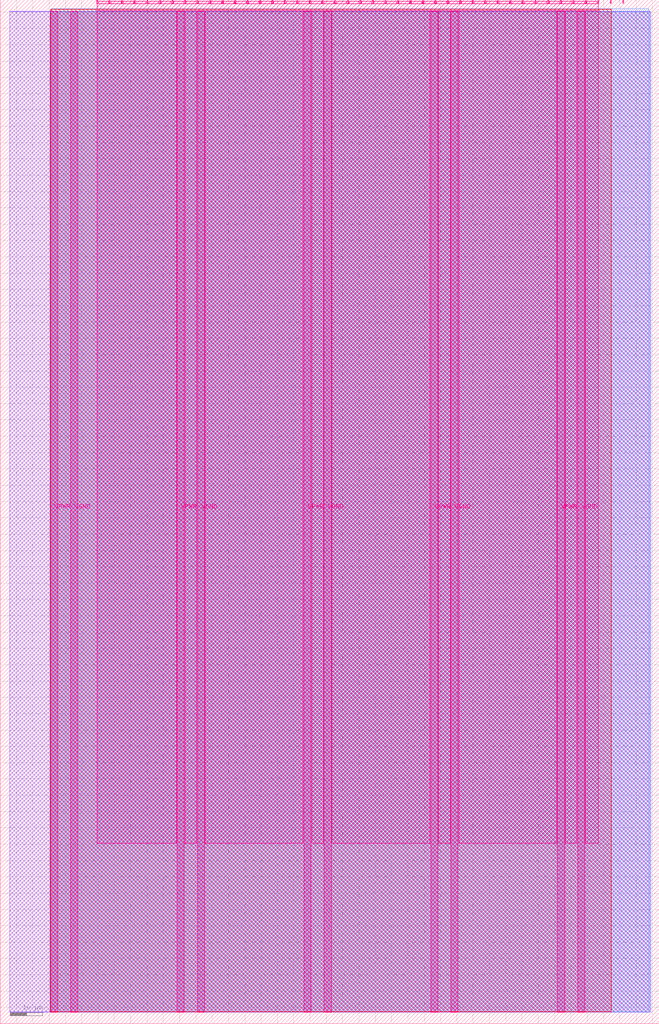
<source format=lef>
VERSION 5.7 ;
  NOWIREEXTENSIONATPIN ON ;
  DIVIDERCHAR "/" ;
  BUSBITCHARS "[]" ;
MACRO tt_um_pdm_pitch_filter_arghunter
  CLASS BLOCK ;
  FOREIGN tt_um_pdm_pitch_filter_arghunter ;
  ORIGIN 0.000 0.000 ;
  SIZE 202.080 BY 313.740 ;
  PIN VGND
    DIRECTION INOUT ;
    USE GROUND ;
    PORT
      LAYER Metal5 ;
        RECT 21.580 3.560 23.780 310.180 ;
    END
    PORT
      LAYER Metal5 ;
        RECT 60.450 3.560 62.650 310.180 ;
    END
    PORT
      LAYER Metal5 ;
        RECT 99.320 3.560 101.520 310.180 ;
    END
    PORT
      LAYER Metal5 ;
        RECT 138.190 3.560 140.390 310.180 ;
    END
    PORT
      LAYER Metal5 ;
        RECT 177.060 3.560 179.260 310.180 ;
    END
  END VGND
  PIN VPWR
    DIRECTION INOUT ;
    USE POWER ;
    PORT
      LAYER Metal5 ;
        RECT 15.380 3.560 17.580 310.180 ;
    END
    PORT
      LAYER Metal5 ;
        RECT 54.250 3.560 56.450 310.180 ;
    END
    PORT
      LAYER Metal5 ;
        RECT 93.120 3.560 95.320 310.180 ;
    END
    PORT
      LAYER Metal5 ;
        RECT 131.990 3.560 134.190 310.180 ;
    END
    PORT
      LAYER Metal5 ;
        RECT 170.860 3.560 173.060 310.180 ;
    END
  END VPWR
  PIN clk
    DIRECTION INPUT ;
    USE SIGNAL ;
    PORT
      LAYER Metal5 ;
        RECT 187.050 312.740 187.350 313.740 ;
    END
  END clk
  PIN ena
    DIRECTION INPUT ;
    USE SIGNAL ;
    PORT
      LAYER Metal5 ;
        RECT 190.890 312.740 191.190 313.740 ;
    END
  END ena
  PIN rst_n
    DIRECTION INPUT ;
    USE SIGNAL ;
    ANTENNAGATEAREA 1.430000 ;
    ANTENNADIFFAREA 4.030800 ;
    PORT
      LAYER Metal5 ;
        RECT 183.210 312.740 183.510 313.740 ;
    END
  END rst_n
  PIN ui_in[0]
    DIRECTION INPUT ;
    USE SIGNAL ;
    ANTENNAGATEAREA 2.646800 ;
    ANTENNADIFFAREA 8.061600 ;
    PORT
      LAYER Metal5 ;
        RECT 179.370 312.740 179.670 313.740 ;
    END
  END ui_in[0]
  PIN ui_in[1]
    DIRECTION INPUT ;
    USE SIGNAL ;
    ANTENNAGATEAREA 0.180700 ;
    PORT
      LAYER Metal5 ;
        RECT 175.530 312.740 175.830 313.740 ;
    END
  END ui_in[1]
  PIN ui_in[2]
    DIRECTION INPUT ;
    USE SIGNAL ;
    ANTENNAGATEAREA 0.180700 ;
    PORT
      LAYER Metal5 ;
        RECT 171.690 312.740 171.990 313.740 ;
    END
  END ui_in[2]
  PIN ui_in[3]
    DIRECTION INPUT ;
    USE SIGNAL ;
    ANTENNAGATEAREA 0.180700 ;
    PORT
      LAYER Metal5 ;
        RECT 167.850 312.740 168.150 313.740 ;
    END
  END ui_in[3]
  PIN ui_in[4]
    DIRECTION INPUT ;
    USE SIGNAL ;
    PORT
      LAYER Metal5 ;
        RECT 164.010 312.740 164.310 313.740 ;
    END
  END ui_in[4]
  PIN ui_in[5]
    DIRECTION INPUT ;
    USE SIGNAL ;
    PORT
      LAYER Metal5 ;
        RECT 160.170 312.740 160.470 313.740 ;
    END
  END ui_in[5]
  PIN ui_in[6]
    DIRECTION INPUT ;
    USE SIGNAL ;
    PORT
      LAYER Metal5 ;
        RECT 156.330 312.740 156.630 313.740 ;
    END
  END ui_in[6]
  PIN ui_in[7]
    DIRECTION INPUT ;
    USE SIGNAL ;
    PORT
      LAYER Metal5 ;
        RECT 152.490 312.740 152.790 313.740 ;
    END
  END ui_in[7]
  PIN uio_in[0]
    DIRECTION INPUT ;
    USE SIGNAL ;
    PORT
      LAYER Metal5 ;
        RECT 148.650 312.740 148.950 313.740 ;
    END
  END uio_in[0]
  PIN uio_in[1]
    DIRECTION INPUT ;
    USE SIGNAL ;
    PORT
      LAYER Metal5 ;
        RECT 144.810 312.740 145.110 313.740 ;
    END
  END uio_in[1]
  PIN uio_in[2]
    DIRECTION INPUT ;
    USE SIGNAL ;
    PORT
      LAYER Metal5 ;
        RECT 140.970 312.740 141.270 313.740 ;
    END
  END uio_in[2]
  PIN uio_in[3]
    DIRECTION INPUT ;
    USE SIGNAL ;
    PORT
      LAYER Metal5 ;
        RECT 137.130 312.740 137.430 313.740 ;
    END
  END uio_in[3]
  PIN uio_in[4]
    DIRECTION INPUT ;
    USE SIGNAL ;
    PORT
      LAYER Metal5 ;
        RECT 133.290 312.740 133.590 313.740 ;
    END
  END uio_in[4]
  PIN uio_in[5]
    DIRECTION INPUT ;
    USE SIGNAL ;
    PORT
      LAYER Metal5 ;
        RECT 129.450 312.740 129.750 313.740 ;
    END
  END uio_in[5]
  PIN uio_in[6]
    DIRECTION INPUT ;
    USE SIGNAL ;
    PORT
      LAYER Metal5 ;
        RECT 125.610 312.740 125.910 313.740 ;
    END
  END uio_in[6]
  PIN uio_in[7]
    DIRECTION INPUT ;
    USE SIGNAL ;
    PORT
      LAYER Metal5 ;
        RECT 121.770 312.740 122.070 313.740 ;
    END
  END uio_in[7]
  PIN uio_oe[0]
    DIRECTION OUTPUT ;
    USE SIGNAL ;
    ANTENNADIFFAREA 0.299200 ;
    PORT
      LAYER Metal5 ;
        RECT 56.490 312.740 56.790 313.740 ;
    END
  END uio_oe[0]
  PIN uio_oe[1]
    DIRECTION OUTPUT ;
    USE SIGNAL ;
    ANTENNADIFFAREA 0.299200 ;
    PORT
      LAYER Metal5 ;
        RECT 52.650 312.740 52.950 313.740 ;
    END
  END uio_oe[1]
  PIN uio_oe[2]
    DIRECTION OUTPUT ;
    USE SIGNAL ;
    ANTENNADIFFAREA 0.299200 ;
    PORT
      LAYER Metal5 ;
        RECT 48.810 312.740 49.110 313.740 ;
    END
  END uio_oe[2]
  PIN uio_oe[3]
    DIRECTION OUTPUT ;
    USE SIGNAL ;
    ANTENNADIFFAREA 0.299200 ;
    PORT
      LAYER Metal5 ;
        RECT 44.970 312.740 45.270 313.740 ;
    END
  END uio_oe[3]
  PIN uio_oe[4]
    DIRECTION OUTPUT ;
    USE SIGNAL ;
    ANTENNADIFFAREA 0.299200 ;
    PORT
      LAYER Metal5 ;
        RECT 41.130 312.740 41.430 313.740 ;
    END
  END uio_oe[4]
  PIN uio_oe[5]
    DIRECTION OUTPUT ;
    USE SIGNAL ;
    ANTENNADIFFAREA 0.299200 ;
    PORT
      LAYER Metal5 ;
        RECT 37.290 312.740 37.590 313.740 ;
    END
  END uio_oe[5]
  PIN uio_oe[6]
    DIRECTION OUTPUT ;
    USE SIGNAL ;
    ANTENNADIFFAREA 0.299200 ;
    PORT
      LAYER Metal5 ;
        RECT 33.450 312.740 33.750 313.740 ;
    END
  END uio_oe[6]
  PIN uio_oe[7]
    DIRECTION OUTPUT ;
    USE SIGNAL ;
    ANTENNADIFFAREA 0.299200 ;
    PORT
      LAYER Metal5 ;
        RECT 29.610 312.740 29.910 313.740 ;
    END
  END uio_oe[7]
  PIN uio_out[0]
    DIRECTION OUTPUT ;
    USE SIGNAL ;
    ANTENNADIFFAREA 0.299200 ;
    PORT
      LAYER Metal5 ;
        RECT 87.210 312.740 87.510 313.740 ;
    END
  END uio_out[0]
  PIN uio_out[1]
    DIRECTION OUTPUT ;
    USE SIGNAL ;
    ANTENNADIFFAREA 0.299200 ;
    PORT
      LAYER Metal5 ;
        RECT 83.370 312.740 83.670 313.740 ;
    END
  END uio_out[1]
  PIN uio_out[2]
    DIRECTION OUTPUT ;
    USE SIGNAL ;
    ANTENNADIFFAREA 0.299200 ;
    PORT
      LAYER Metal5 ;
        RECT 79.530 312.740 79.830 313.740 ;
    END
  END uio_out[2]
  PIN uio_out[3]
    DIRECTION OUTPUT ;
    USE SIGNAL ;
    ANTENNADIFFAREA 0.299200 ;
    PORT
      LAYER Metal5 ;
        RECT 75.690 312.740 75.990 313.740 ;
    END
  END uio_out[3]
  PIN uio_out[4]
    DIRECTION OUTPUT ;
    USE SIGNAL ;
    ANTENNADIFFAREA 0.299200 ;
    PORT
      LAYER Metal5 ;
        RECT 71.850 312.740 72.150 313.740 ;
    END
  END uio_out[4]
  PIN uio_out[5]
    DIRECTION OUTPUT ;
    USE SIGNAL ;
    ANTENNADIFFAREA 0.299200 ;
    PORT
      LAYER Metal5 ;
        RECT 68.010 312.740 68.310 313.740 ;
    END
  END uio_out[5]
  PIN uio_out[6]
    DIRECTION OUTPUT ;
    USE SIGNAL ;
    ANTENNADIFFAREA 0.299200 ;
    PORT
      LAYER Metal5 ;
        RECT 64.170 312.740 64.470 313.740 ;
    END
  END uio_out[6]
  PIN uio_out[7]
    DIRECTION OUTPUT ;
    USE SIGNAL ;
    ANTENNADIFFAREA 0.299200 ;
    PORT
      LAYER Metal5 ;
        RECT 60.330 312.740 60.630 313.740 ;
    END
  END uio_out[7]
  PIN uo_out[0]
    DIRECTION OUTPUT ;
    USE SIGNAL ;
    ANTENNADIFFAREA 0.654800 ;
    PORT
      LAYER Metal5 ;
        RECT 117.930 312.740 118.230 313.740 ;
    END
  END uo_out[0]
  PIN uo_out[1]
    DIRECTION OUTPUT ;
    USE SIGNAL ;
    ANTENNADIFFAREA 0.654800 ;
    PORT
      LAYER Metal5 ;
        RECT 114.090 312.740 114.390 313.740 ;
    END
  END uo_out[1]
  PIN uo_out[2]
    DIRECTION OUTPUT ;
    USE SIGNAL ;
    ANTENNADIFFAREA 0.299200 ;
    PORT
      LAYER Metal5 ;
        RECT 110.250 312.740 110.550 313.740 ;
    END
  END uo_out[2]
  PIN uo_out[3]
    DIRECTION OUTPUT ;
    USE SIGNAL ;
    ANTENNADIFFAREA 0.299200 ;
    PORT
      LAYER Metal5 ;
        RECT 106.410 312.740 106.710 313.740 ;
    END
  END uo_out[3]
  PIN uo_out[4]
    DIRECTION OUTPUT ;
    USE SIGNAL ;
    ANTENNADIFFAREA 0.299200 ;
    PORT
      LAYER Metal5 ;
        RECT 102.570 312.740 102.870 313.740 ;
    END
  END uo_out[4]
  PIN uo_out[5]
    DIRECTION OUTPUT ;
    USE SIGNAL ;
    ANTENNADIFFAREA 0.299200 ;
    PORT
      LAYER Metal5 ;
        RECT 98.730 312.740 99.030 313.740 ;
    END
  END uo_out[5]
  PIN uo_out[6]
    DIRECTION OUTPUT ;
    USE SIGNAL ;
    ANTENNADIFFAREA 0.299200 ;
    PORT
      LAYER Metal5 ;
        RECT 94.890 312.740 95.190 313.740 ;
    END
  END uo_out[6]
  PIN uo_out[7]
    DIRECTION OUTPUT ;
    USE SIGNAL ;
    ANTENNADIFFAREA 0.299200 ;
    PORT
      LAYER Metal5 ;
        RECT 91.050 312.740 91.350 313.740 ;
    END
  END uo_out[7]
  OBS
      LAYER GatPoly ;
        RECT 2.880 3.630 199.200 310.110 ;
      LAYER Metal1 ;
        RECT 2.880 3.560 199.200 310.180 ;
      LAYER Metal2 ;
        RECT 15.515 3.680 199.475 310.060 ;
      LAYER Metal3 ;
        RECT 15.560 3.635 198.820 310.945 ;
      LAYER Metal4 ;
        RECT 15.515 3.680 187.345 310.900 ;
      LAYER Metal5 ;
        RECT 30.120 312.530 33.240 313.340 ;
        RECT 33.960 312.530 37.080 313.340 ;
        RECT 37.800 312.530 40.920 313.340 ;
        RECT 41.640 312.530 44.760 313.340 ;
        RECT 45.480 312.530 48.600 313.340 ;
        RECT 49.320 312.530 52.440 313.340 ;
        RECT 53.160 312.530 56.280 313.340 ;
        RECT 57.000 312.530 60.120 313.340 ;
        RECT 60.840 312.530 63.960 313.340 ;
        RECT 64.680 312.530 67.800 313.340 ;
        RECT 68.520 312.530 71.640 313.340 ;
        RECT 72.360 312.530 75.480 313.340 ;
        RECT 76.200 312.530 79.320 313.340 ;
        RECT 80.040 312.530 83.160 313.340 ;
        RECT 83.880 312.530 87.000 313.340 ;
        RECT 87.720 312.530 90.840 313.340 ;
        RECT 91.560 312.530 94.680 313.340 ;
        RECT 95.400 312.530 98.520 313.340 ;
        RECT 99.240 312.530 102.360 313.340 ;
        RECT 103.080 312.530 106.200 313.340 ;
        RECT 106.920 312.530 110.040 313.340 ;
        RECT 110.760 312.530 113.880 313.340 ;
        RECT 114.600 312.530 117.720 313.340 ;
        RECT 118.440 312.530 121.560 313.340 ;
        RECT 122.280 312.530 125.400 313.340 ;
        RECT 126.120 312.530 129.240 313.340 ;
        RECT 129.960 312.530 133.080 313.340 ;
        RECT 133.800 312.530 136.920 313.340 ;
        RECT 137.640 312.530 140.760 313.340 ;
        RECT 141.480 312.530 144.600 313.340 ;
        RECT 145.320 312.530 148.440 313.340 ;
        RECT 149.160 312.530 152.280 313.340 ;
        RECT 153.000 312.530 156.120 313.340 ;
        RECT 156.840 312.530 159.960 313.340 ;
        RECT 160.680 312.530 163.800 313.340 ;
        RECT 164.520 312.530 167.640 313.340 ;
        RECT 168.360 312.530 171.480 313.340 ;
        RECT 172.200 312.530 175.320 313.340 ;
        RECT 176.040 312.530 179.160 313.340 ;
        RECT 179.880 312.530 183.000 313.340 ;
        RECT 29.660 310.390 183.460 312.530 ;
        RECT 29.660 55.295 54.040 310.390 ;
        RECT 56.660 55.295 60.240 310.390 ;
        RECT 62.860 55.295 92.910 310.390 ;
        RECT 95.530 55.295 99.110 310.390 ;
        RECT 101.730 55.295 131.780 310.390 ;
        RECT 134.400 55.295 137.980 310.390 ;
        RECT 140.600 55.295 170.650 310.390 ;
        RECT 173.270 55.295 176.850 310.390 ;
        RECT 179.470 55.295 183.460 310.390 ;
  END
END tt_um_pdm_pitch_filter_arghunter
END LIBRARY


</source>
